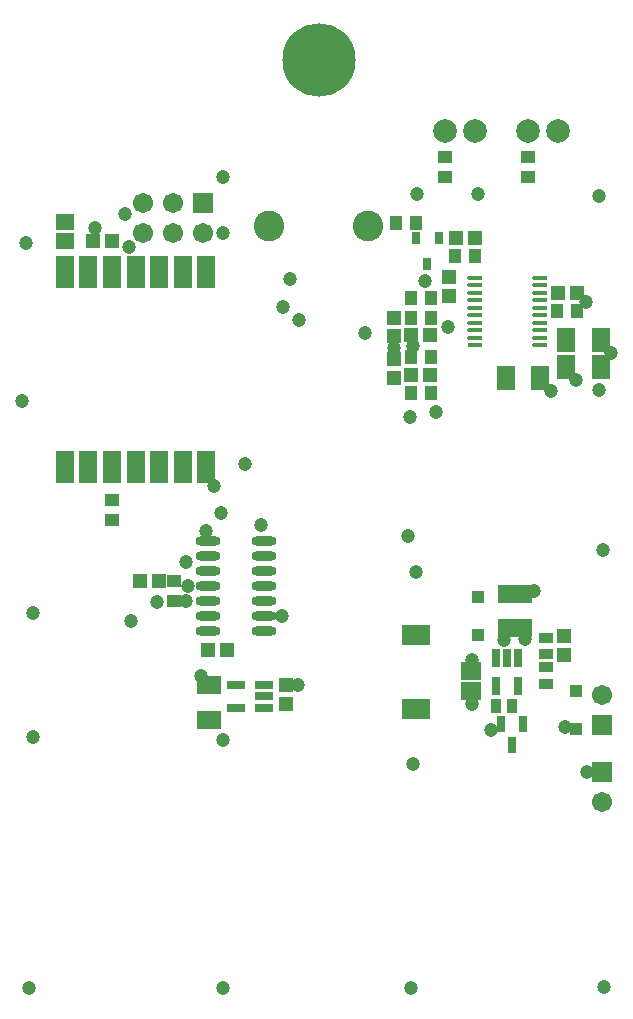
<source format=gbs>
G04 Layer_Color=16711935*
%FSLAX43Y43*%
%MOMM*%
G71*
G01*
G75*
%ADD51C,2.003*%
%ADD52C,2.603*%
%ADD53R,1.703X1.703*%
%ADD54C,1.703*%
%ADD55R,1.703X1.703*%
%ADD56C,1.203*%
%ADD57C,6.203*%
%ADD58R,1.203X1.203*%
%ADD59R,1.203X1.203*%
%ADD60R,1.203X1.103*%
%ADD61R,0.803X1.403*%
%ADD62R,1.703X1.503*%
%ADD63R,0.923X1.193*%
%ADD64R,0.803X1.503*%
%ADD65R,2.403X1.703*%
%ADD66R,1.300X0.400*%
%ADD67O,1.300X0.400*%
%ADD68R,1.503X0.803*%
%ADD69O,2.103X0.803*%
%ADD70R,1.503X2.703*%
%ADD71R,1.100X1.100*%
%ADD72R,2.903X1.503*%
%ADD73R,1.193X0.923*%
%ADD74R,1.503X2.003*%
%ADD75R,1.603X1.403*%
%ADD76R,2.003X1.503*%
%ADD77R,1.103X1.203*%
%ADD78R,0.803X1.053*%
D51*
X43730Y74000D02*
D03*
X46270D02*
D03*
X36730D02*
D03*
X39270D02*
D03*
D52*
X30200Y66000D02*
D03*
X21800D02*
D03*
D53*
X50000Y19750D02*
D03*
Y23700D02*
D03*
D54*
Y17210D02*
D03*
Y26240D02*
D03*
X16240Y65369D02*
D03*
X13700Y67909D02*
D03*
Y65369D02*
D03*
X11160Y67909D02*
D03*
Y65369D02*
D03*
D55*
X16240Y67909D02*
D03*
D56*
X14777Y34200D02*
D03*
X45650Y52004D02*
D03*
X47800Y52904D02*
D03*
X44200Y35050D02*
D03*
X32350Y55632D02*
D03*
X36975Y57429D02*
D03*
X33950Y55832D02*
D03*
X38950Y25500D02*
D03*
X34250Y36650D02*
D03*
X48730Y19750D02*
D03*
X38950Y29260D02*
D03*
X41700Y30925D02*
D03*
X43500Y31010D02*
D03*
X24227Y27100D02*
D03*
X10146Y32529D02*
D03*
X17941Y22450D02*
D03*
X50200Y1550D02*
D03*
X17900Y1500D02*
D03*
X33850D02*
D03*
X1500D02*
D03*
X49750Y68500D02*
D03*
X34000Y20400D02*
D03*
X1800Y22750D02*
D03*
X49750Y52100D02*
D03*
X17727Y41700D02*
D03*
X1250Y64529D02*
D03*
X50050Y38511D02*
D03*
X48600Y59554D02*
D03*
X34364Y68700D02*
D03*
X50774Y55200D02*
D03*
X39450Y68689D02*
D03*
X23550Y61474D02*
D03*
X33525Y39740D02*
D03*
X46850Y23590D02*
D03*
X9644Y67019D02*
D03*
X29900Y56900D02*
D03*
X40550Y23350D02*
D03*
X33750Y49850D02*
D03*
X35930Y50241D02*
D03*
X35000Y61363D02*
D03*
X7100Y65800D02*
D03*
X14963Y35500D02*
D03*
X21077Y40669D02*
D03*
X16477Y40201D02*
D03*
X14777Y37575D02*
D03*
X12300Y34150D02*
D03*
X16050Y27900D02*
D03*
X22877Y33000D02*
D03*
X1800Y33250D02*
D03*
X900Y51150D02*
D03*
X17150Y43950D02*
D03*
X19750Y45850D02*
D03*
X22950Y59100D02*
D03*
X24350Y58054D02*
D03*
X9950Y64200D02*
D03*
X17900Y65369D02*
D03*
Y70159D02*
D03*
D57*
X26000Y80000D02*
D03*
D58*
X33850Y53382D02*
D03*
X35450Y53382D02*
D03*
X10900Y35900D02*
D03*
X12500D02*
D03*
X18266Y30100D02*
D03*
X16666Y30100D02*
D03*
X8500Y64719D02*
D03*
X6900D02*
D03*
X39200Y64954D02*
D03*
X37600D02*
D03*
X47850Y60304D02*
D03*
X46250D02*
D03*
X33850Y56754D02*
D03*
X35450D02*
D03*
D59*
X32350Y56636D02*
D03*
Y58236D02*
D03*
X46800Y29650D02*
D03*
X46800Y31250D02*
D03*
X37000Y61654D02*
D03*
Y60054D02*
D03*
X23264Y25500D02*
D03*
Y27100D02*
D03*
X32350Y54682D02*
D03*
Y53082D02*
D03*
D60*
X13777Y34200D02*
D03*
Y35900D02*
D03*
X8500Y42769D02*
D03*
X8500Y41069D02*
D03*
X43730Y70150D02*
D03*
Y71850D02*
D03*
X36730Y70150D02*
D03*
Y71850D02*
D03*
D61*
X41420Y23810D02*
D03*
X43320D02*
D03*
X42370Y22010D02*
D03*
D62*
X38900Y28300D02*
D03*
Y26600D02*
D03*
D63*
X42370Y25360D02*
D03*
X40990D02*
D03*
D64*
Y27000D02*
D03*
X42890Y27000D02*
D03*
Y29400D02*
D03*
X41940D02*
D03*
X40990D02*
D03*
D65*
X34250Y25050D02*
D03*
X34250Y31350D02*
D03*
D66*
X39250Y55896D02*
D03*
D67*
Y56531D02*
D03*
Y57166D02*
D03*
Y57801D02*
D03*
Y58436D02*
D03*
Y59071D02*
D03*
Y59706D02*
D03*
Y60341D02*
D03*
Y60976D02*
D03*
Y61611D02*
D03*
X44750D02*
D03*
Y60976D02*
D03*
Y60341D02*
D03*
Y59706D02*
D03*
Y59071D02*
D03*
Y58436D02*
D03*
Y57801D02*
D03*
Y57166D02*
D03*
Y56531D02*
D03*
Y55896D02*
D03*
D68*
X18977Y27100D02*
D03*
Y25200D02*
D03*
X21377D02*
D03*
Y26150D02*
D03*
Y27100D02*
D03*
D69*
X16666Y31730D02*
D03*
Y33000D02*
D03*
X16666Y34270D02*
D03*
X16666Y35540D02*
D03*
Y36810D02*
D03*
Y38080D02*
D03*
Y39350D02*
D03*
X21366Y31730D02*
D03*
Y33000D02*
D03*
Y34270D02*
D03*
Y35540D02*
D03*
Y36810D02*
D03*
Y38080D02*
D03*
Y39350D02*
D03*
D70*
X12500Y62050D02*
D03*
X10500D02*
D03*
X16500D02*
D03*
X14500D02*
D03*
X8500D02*
D03*
X4500D02*
D03*
X6500D02*
D03*
X6500Y45550D02*
D03*
X4500D02*
D03*
X8500D02*
D03*
X14500D02*
D03*
X16500D02*
D03*
X12500D02*
D03*
X10500D02*
D03*
D71*
X47750Y26590D02*
D03*
Y23390D02*
D03*
X39500Y31350D02*
D03*
X39500Y34550D02*
D03*
D72*
X42600Y31910D02*
D03*
X42600Y34810D02*
D03*
D73*
X45250Y31140D02*
D03*
Y29760D02*
D03*
Y27230D02*
D03*
Y28610D02*
D03*
D74*
X46970Y56354D02*
D03*
X49870D02*
D03*
X46970Y54054D02*
D03*
X49870Y54054D02*
D03*
X44750Y53154D02*
D03*
X41850Y53154D02*
D03*
D75*
X4500Y64719D02*
D03*
Y66319D02*
D03*
D76*
X16683Y27100D02*
D03*
X16683Y24200D02*
D03*
D77*
X47900Y58804D02*
D03*
X46200D02*
D03*
X33800Y54882D02*
D03*
X35500Y54882D02*
D03*
X32550Y66200D02*
D03*
X34250Y66200D02*
D03*
X39250Y63454D02*
D03*
X37550Y63454D02*
D03*
X33800Y58236D02*
D03*
X35500D02*
D03*
X33800Y51882D02*
D03*
X35500D02*
D03*
X33800Y59854D02*
D03*
X35500D02*
D03*
D78*
X35200Y62804D02*
D03*
X36150Y64954D02*
D03*
X34250D02*
D03*
M02*

</source>
